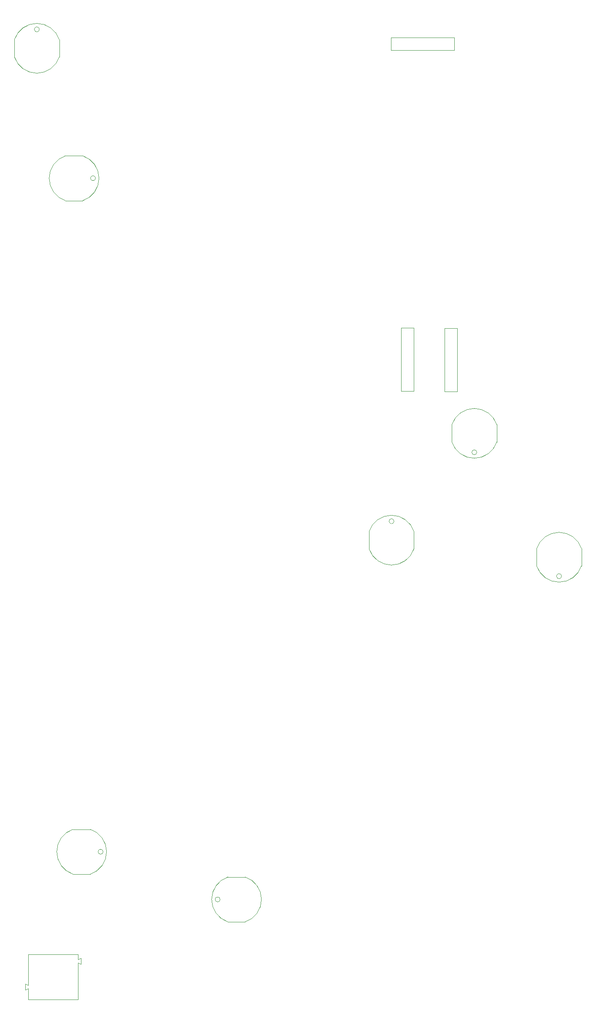
<source format=gbr>
%TF.GenerationSoftware,Altium Limited,Altium Designer,21.6.4 (81)*%
G04 Layer_Color=32896*
%FSLAX43Y43*%
%MOMM*%
%TF.SameCoordinates,B094594F-E5AE-4C03-B854-EF891E02AD71*%
%TF.FilePolarity,Positive*%
%TF.FileFunction,Other,Top_Component_Outline*%
%TF.Part,Single*%
G01*
G75*
%TA.AperFunction,NonConductor*%
%ADD207C,0.100*%
D207*
X127254Y191603D02*
G03*
X136254Y191603I4500J1490D01*
G01*
Y195103D02*
G03*
X127254Y195103I-4500J-1490D01*
G01*
X132254Y197153D02*
G03*
X132254Y197153I-500J0D01*
G01*
X145050Y32125D02*
G03*
X145050Y32125I-500J0D01*
G01*
X142500Y27625D02*
G03*
X142500Y36625I-1490J4500D01*
G01*
X139000D02*
G03*
X139000Y27625I1490J-4500D01*
G01*
X143525Y167275D02*
G03*
X143525Y167275I-500J0D01*
G01*
X140975Y162775D02*
G03*
X140975Y171775I-1490J4500D01*
G01*
X137475D02*
G03*
X137475Y162775I1490J-4500D01*
G01*
X241075Y92975D02*
G03*
X232075Y92975I-4500J-1490D01*
G01*
Y89475D02*
G03*
X241075Y89475I4500J1490D01*
G01*
X237075Y87425D02*
G03*
X237075Y87425I-500J0D01*
G01*
X220064Y112286D02*
G03*
X220064Y112286I-500J0D01*
G01*
X215064Y114336D02*
G03*
X224064Y114336I4500J1490D01*
G01*
Y117836D02*
G03*
X215064Y117836I-4500J-1490D01*
G01*
X198443Y92900D02*
G03*
X207443Y92900I4500J1490D01*
G01*
Y96400D02*
G03*
X198443Y96400I-4500J-1490D01*
G01*
X203443Y98450D02*
G03*
X203443Y98450I-500J0D01*
G01*
X168539Y22550D02*
G03*
X168539Y22550I-500J0D01*
G01*
X170089Y27050D02*
G03*
X170089Y18050I1490J-4500D01*
G01*
X173589D02*
G03*
X173589Y27050I-1490J4500D01*
G01*
X127254Y191603D02*
Y195103D01*
X136254Y191603D02*
Y195103D01*
X139000Y27625D02*
X142500D01*
X139000Y36625D02*
X142500D01*
X137475Y162775D02*
X140975D01*
X137475Y171775D02*
X140975D01*
X241075Y89475D02*
Y92975D01*
X232075Y89475D02*
Y92975D01*
X215064Y114336D02*
Y117836D01*
X224064Y114336D02*
Y117836D01*
X198443Y92900D02*
Y96400D01*
X207443Y92900D02*
Y96400D01*
X170089Y27050D02*
X173589D01*
X170089Y18050D02*
X173589D01*
X140000Y2500D02*
Y9850D01*
Y10550D02*
Y11500D01*
X130000D02*
X140000D01*
X130000Y2500D02*
X140000D01*
X130000D02*
Y4650D01*
Y5350D02*
Y11500D01*
X129400Y4400D02*
Y5600D01*
Y4400D02*
X130000Y4650D01*
X129400Y5600D02*
X130000Y5350D01*
X140000Y10550D02*
X140600Y10800D01*
Y9600D02*
Y10800D01*
X140000Y9850D02*
X140600Y9600D01*
X216104Y124509D02*
Y137209D01*
X213564Y124509D02*
Y137209D01*
X216104D01*
X213564Y124509D02*
X216104D01*
X202865Y192947D02*
Y195487D01*
X215565Y192947D02*
Y195487D01*
X202865D02*
X215565D01*
X202865Y192947D02*
X215565D01*
X204850Y124530D02*
X207390D01*
X204850Y137230D02*
X207390D01*
X204850Y124530D02*
Y137230D01*
X207390Y124530D02*
Y137230D01*
%TF.MD5,0348b60ba8f9823f3cda9d49b599e81f*%
M02*

</source>
